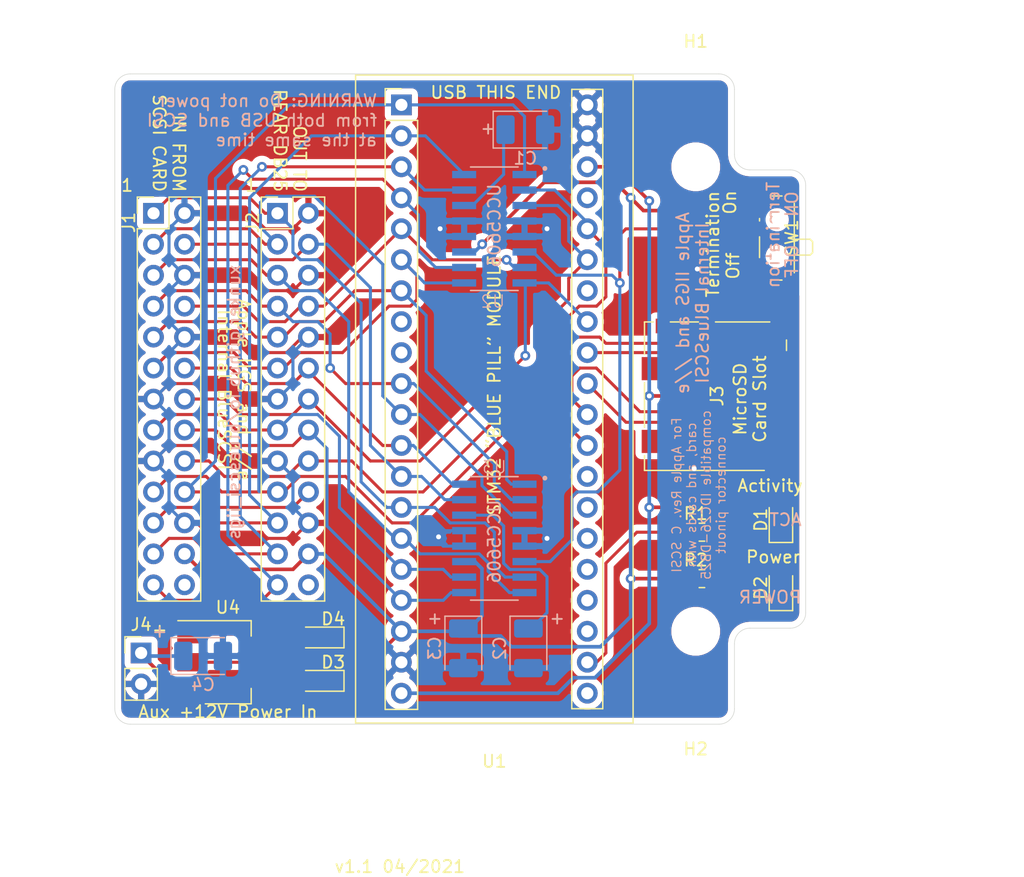
<source format=kicad_pcb>
(kicad_pcb (version 20171130) (host pcbnew "(5.1.8-0-10_14)")
  (layers (0 F.Cu signal) (31 B.Cu signal) (34 B.Paste user) (35 F.Paste user) (36 B.SilkS user) (37 F.SilkS user) (38 B.Mask user) (39 F.Mask user) (44 Edge.Cuts user))
  (net 0 "")
  (net 1 "Net-(U1-Pad37)")
  (net 2 "Net-(U1-Pad34)")
  (net 3 "Net-(U1-Pad8)")
  (net 4 "Net-(U1-Pad9)")
  (net 5 "Net-(U1-Pad28)")
  (net 6 "Net-(U1-Pad25)")
  (net 7 "Net-(U1-Pad24)")
  (net 8 "Net-(U1-Pad23)")
  (net 9 "Net-(U1-Pad21)")
  (net 10 "Net-(J1-Pad26)")
  (net 11 "Net-(J2-Pad26)")
  (net 12 +5V)
  (net 13 GND)
  (net 14 /SCSI_DB4)
  (net 15 /SCSI_DB2)
  (net 16 /SCSI_DB1)
  (net 17 /SCSI_DBP)
  (net 18 /SCSI_SEL)
  (net 19 /SCSI_ATN)
  (net 20 /SCSI_C_D)
  (net 21 /SCSI_DB7)
  (net 22 /SCSI_DB6)
  (net 23 /SCSI_DB5)
  (net 24 /SCSI_DB3)
  (net 25 /SCSI_DB0)
  (net 26 /SCSI_BSY)
  (net 27 /SCSI_ACK)
  (net 28 /SCSI_RST)
  (net 29 /SCSI_I_O)
  (net 30 /SCSI_MSG)
  (net 31 /SCSI_REQ)
  (net 32 /SD_MISO)
  (net 33 /SD_CSK)
  (net 34 +3V3)
  (net 35 /SD_MOSI)
  (net 36 /SD_CS)
  (net 37 "Net-(J3-Pad8)")
  (net 38 "Net-(J3-Pad1)")
  (net 39 "Net-(D2-Pad2)")
  (net 40 "Net-(R1-Pad2)")
  (net 41 "Net-(C1-Pad1)")
  (net 42 "Net-(C2-Pad1)")
  (net 43 /TERM_DISC)
  (net 44 "Net-(D1-Pad1)")
  (net 45 /DEBUG_RX)
  (net 46 /DEBUG_TX)
  (net 47 "Net-(D4-Pad2)")
  (net 48 /+12V_AUX)
  (net 49 "Net-(D3-Pad2)")
  (module Diode_SMD:D_SOD-323_HandSoldering (layer F.Cu) (at 145.796 94.488 180)
    (fp_text reference D4 (at -1.016 1.524) (layer F.SilkS))
    (fp_text value 1N5817,CUS08F30-H3F)
    (pad 2 smd rect (at 1.25 0 180) (size 1 1) (layers F.Cu F.Paste F.Mask) (net 47 "Net-(D4-Pad2)"))
    (pad 1 smd rect (at -1.25 0 180) (size 1 1) (layers F.Cu F.Paste F.Mask) (net 13 GND))
  )
  (module Diode_SMD:D_SOD-323_HandSoldering (layer F.Cu) (at 145.796 98.044 180)
    (fp_text reference D3 (at -1.016 1.524) (layer F.SilkS))
    (fp_text value 1N5817,1N5817,CUS08F30-H3F)
    (pad 2 smd rect (at 1.25 0 180) (size 1 1) (layers F.Cu F.Paste F.Mask) (net 49 "Net-(D3-Pad2)"))
    (pad 1 smd rect (at -1.25 0 180) (size 1 1) (layers F.Cu F.Paste F.Mask) (net 12 +5V))
  )
  (module Package_TO_SOT_SMD:SOT-223-3_TabPin2 (layer F.Cu) (at 138.176 96.52)
    (fp_text reference U4 (at 0 -4.5) (layer F.SilkS))
    (fp_text value AMS1117-5.0)
    (pad 1 smd rect (at -3.15 -2.3) (size 2 1.5) (layers F.Cu F.Paste F.Mask) (net 47 "Net-(D4-Pad2)"))
    (pad 3 smd rect (at -3.15 2.3) (size 2 1.5) (layers F.Cu F.Paste F.Mask) (net 48 /+12V_AUX))
    (pad 2 smd rect (at -3.15 0) (size 2 1.5) (layers F.Cu F.Paste F.Mask) (net 49 "Net-(D3-Pad2)"))
    (pad 2 smd rect (at 3.15 0) (size 2 3.8) (layers F.Cu F.Paste F.Mask) (net 49 "Net-(D3-Pad2)"))
  )
  (module Connector_PinHeader_2.54mm:PinHeader_1x02_P2.54mm_Vertical (layer F.Cu) (at 131.064 95.758)
    (fp_text reference J4 (at 0 -2.33) (layer F.SilkS))
    (fp_text value Conn_01x02_Male)
    (pad 2 thru_hole oval (at 0 2.54) (size 1.7 1.7) (drill 1) (layers *.Cu *.Mask) (net 13 GND))
    (pad 1 thru_hole rect (at 0 0) (size 1.7 1.7) (drill 1) (layers *.Cu *.Mask) (net 48 /+12V_AUX))
  )
  (module Capacitor_Tantalum_SMD:CP_EIA-3528-21_Kemet-B_Pad1.50x2.35mm_HandSolder (layer B.Cu) (at 136.144 96.012)
    (fp_text reference C4 (at 0 2.35 180) (layer B.SilkS) (effects (justify mirror)))
    (fp_text value 10uF)
    (pad 2 smd roundrect (at 1.625 0) (size 1.5 2.35) (layers B.Cu B.Paste B.Mask) (roundrect_rratio 0.166667) (net 13 GND))
    (pad 1 smd roundrect (at -1.625 0) (size 1.5 2.35) (layers B.Cu B.Paste B.Mask) (roundrect_rratio 0.166667) (net 48 /+12V_AUX))
  )
  (module Button_Switch_SMD:SW_SPDT_PCM12 (layer F.Cu) (at 182.88 61.722 90)
    (fp_text reference SW1 (at 0 1.524 90) (layer F.SilkS))
    (fp_text value SW_SPDT)
    (pad "" smd rect (at -3.65 -0.78 90) (size 1 0.8) (layers F.Cu F.Paste F.Mask))
    (pad "" smd rect (at 3.65 -0.78 90) (size 1 0.8) (layers F.Cu F.Paste F.Mask))
    (pad "" smd rect (at 3.65 1.43 90) (size 1 0.8) (layers F.Cu F.Paste F.Mask))
    (pad "" smd rect (at -3.65 1.43 90) (size 1 0.8) (layers F.Cu F.Paste F.Mask))
    (pad 3 smd rect (at 2.25 -1.43 90) (size 0.7 1.5) (layers F.Cu F.Paste F.Mask) (net 12 +5V))
    (pad 2 smd rect (at 0.75 -1.43 90) (size 0.7 1.5) (layers F.Cu F.Paste F.Mask) (net 43 /TERM_DISC))
    (pad 1 smd rect (at -2.25 -1.43 90) (size 0.7 1.5) (layers F.Cu F.Paste F.Mask) (net 13 GND))
    (pad "" np_thru_hole circle (at 1.5 0.33 90) (size 0.9 0.9) (drill 0.9) (layers *.Cu *.Mask))
    (pad "" np_thru_hole circle (at -1.5 0.33 90) (size 0.9 0.9) (drill 0.9) (layers *.Cu *.Mask))
  )
  (module Capacitor_Tantalum_SMD:CP_EIA-3528-21_Kemet-B_Pad1.50x2.35mm_HandSolder (layer B.Cu) (at 157.48 95.377 270)
    (fp_text reference C3 (at 0 2.35 90) (layer B.SilkS) (effects (justify mirror)))
    (fp_text value "4.7uF, 6.3v")
    (pad 2 smd roundrect (at 1.625 0 270) (size 1.5 2.35) (layers B.Cu B.Paste B.Mask) (roundrect_rratio 0.166667) (net 13 GND))
    (pad 1 smd roundrect (at -1.625 0 270) (size 1.5 2.35) (layers B.Cu B.Paste B.Mask) (roundrect_rratio 0.166667) (net 12 +5V))
  )
  (module Capacitor_Tantalum_SMD:CP_EIA-3528-21_Kemet-B_Pad1.50x2.35mm_HandSolder (layer B.Cu) (at 162.814 95.377 270)
    (fp_text reference C2 (at 0 2.35 90) (layer B.SilkS) (effects (justify mirror)))
    (fp_text value "4.7uF, 6.3v")
    (pad 2 smd roundrect (at 1.625 0 270) (size 1.5 2.35) (layers B.Cu B.Paste B.Mask) (roundrect_rratio 0.166667) (net 13 GND))
    (pad 1 smd roundrect (at -1.625 0 270) (size 1.5 2.35) (layers B.Cu B.Paste B.Mask) (roundrect_rratio 0.166667) (net 42 "Net-(C2-Pad1)"))
  )
  (module Capacitor_Tantalum_SMD:CP_EIA-3528-21_Kemet-B_Pad1.50x2.35mm_HandSolder (layer B.Cu) (at 162.56 52.832)
    (fp_text reference C1 (at 0 2.35) (layer B.SilkS) (effects (justify mirror)))
    (fp_text value "4.7uF, 6.3v")
    (pad 2 smd roundrect (at 1.625 0) (size 1.5 2.35) (layers B.Cu B.Paste B.Mask) (roundrect_rratio 0.166667) (net 13 GND))
    (pad 1 smd roundrect (at -1.625 0) (size 1.5 2.35) (layers B.Cu B.Paste B.Mask) (roundrect_rratio 0.166667) (net 41 "Net-(C1-Pad1)"))
  )
  (module LED_SMD:LED_0805_2012Metric_Pad1.15x1.40mm_HandSolder (layer F.Cu) (at 183.515 90.424 90)
    (fp_text reference D2 (at 0 -1.65 90) (layer F.SilkS))
    (fp_text value LED)
    (pad 2 smd roundrect (at 1.025 0 90) (size 1.15 1.4) (layers F.Cu F.Paste F.Mask) (roundrect_rratio 0.217391) (net 39 "Net-(D2-Pad2)"))
    (pad 1 smd roundrect (at -1.025 0 90) (size 1.15 1.4) (layers F.Cu F.Paste F.Mask) (roundrect_rratio 0.217391) (net 13 GND))
  )
  (module LED_SMD:LED_0805_2012Metric_Pad1.15x1.40mm_HandSolder (layer F.Cu) (at 183.515 84.836 90)
    (fp_text reference D1 (at 0 -1.65 90) (layer F.SilkS))
    (fp_text value LED)
    (pad 2 smd roundrect (at 1.025 0 90) (size 1.15 1.4) (layers F.Cu F.Paste F.Mask) (roundrect_rratio 0.217391) (net 34 +3V3))
    (pad 1 smd roundrect (at -1.025 0 90) (size 1.15 1.4) (layers F.Cu F.Paste F.Mask) (roundrect_rratio 0.217391) (net 44 "Net-(D1-Pad1)"))
  )
  (module Resistor_SMD:R_0805_2012Metric_Pad1.20x1.40mm_HandSolder (layer F.Cu) (at 177.038 89.662 180)
    (fp_text reference R2 (at 0.508 1.524) (layer F.SilkS))
    (fp_text value 470)
    (pad 2 smd roundrect (at 1 0 180) (size 1.2 1.4) (layers F.Cu F.Paste F.Mask) (roundrect_rratio 0.208333) (net 12 +5V))
    (pad 1 smd roundrect (at -1 0 180) (size 1.2 1.4) (layers F.Cu F.Paste F.Mask) (roundrect_rratio 0.208333) (net 39 "Net-(D2-Pad2)"))
  )
  (module Resistor_SMD:R_0805_2012Metric_Pad1.20x1.40mm_HandSolder (layer F.Cu) (at 177.038 85.852 180)
    (fp_text reference R1 (at 0.508 1.524) (layer F.SilkS))
    (fp_text value 330)
    (pad 2 smd roundrect (at 1 0 180) (size 1.2 1.4) (layers F.Cu F.Paste F.Mask) (roundrect_rratio 0.208333) (net 40 "Net-(R1-Pad2)"))
    (pad 1 smd roundrect (at -1 0 180) (size 1.2 1.4) (layers F.Cu F.Paste F.Mask) (roundrect_rratio 0.208333) (net 44 "Net-(D1-Pad1)"))
  )
  (module Connector_PinHeader_2.54mm:PinHeader_2x13_P2.54mm_Vertical (layer F.Cu) (at 142.24 59.69)
    (fp_text reference J2 (at -2.032 0.762 90) (layer F.SilkS))
    (fp_text value Conn_02x13_Odd_Even)
    (pad 26 thru_hole oval (at 2.54 30.48) (size 1.7 1.7) (drill 1) (layers *.Cu *.Mask) (net 11 "Net-(J2-Pad26)"))
    (pad 25 thru_hole oval (at 0 30.48) (size 1.7 1.7) (drill 1) (layers *.Cu *.Mask) (net 21 /SCSI_DB7))
    (pad 24 thru_hole oval (at 2.54 27.94) (size 1.7 1.7) (drill 1) (layers *.Cu *.Mask) (net 12 +5V))
    (pad 23 thru_hole oval (at 0 27.94) (size 1.7 1.7) (drill 1) (layers *.Cu *.Mask) (net 22 /SCSI_DB6))
    (pad 22 thru_hole oval (at 2.54 25.4) (size 1.7 1.7) (drill 1) (layers *.Cu *.Mask) (net 13 GND))
    (pad 21 thru_hole oval (at 0 25.4) (size 1.7 1.7) (drill 1) (layers *.Cu *.Mask) (net 23 /SCSI_DB5))
    (pad 20 thru_hole oval (at 2.54 22.86) (size 1.7 1.7) (drill 1) (layers *.Cu *.Mask) (net 14 /SCSI_DB4))
    (pad 19 thru_hole oval (at 0 22.86) (size 1.7 1.7) (drill 1) (layers *.Cu *.Mask) (net 24 /SCSI_DB3))
    (pad 18 thru_hole oval (at 2.54 20.32) (size 1.7 1.7) (drill 1) (layers *.Cu *.Mask) (net 15 /SCSI_DB2))
    (pad 17 thru_hole oval (at 0 20.32) (size 1.7 1.7) (drill 1) (layers *.Cu *.Mask) (net 13 GND))
    (pad 16 thru_hole oval (at 2.54 17.78) (size 1.7 1.7) (drill 1) (layers *.Cu *.Mask) (net 16 /SCSI_DB1))
    (pad 15 thru_hole oval (at 0 17.78) (size 1.7 1.7) (drill 1) (layers *.Cu *.Mask) (net 25 /SCSI_DB0))
    (pad 14 thru_hole oval (at 2.54 15.24) (size 1.7 1.7) (drill 1) (layers *.Cu *.Mask) (net 17 /SCSI_DBP))
    (pad 13 thru_hole oval (at 0 15.24) (size 1.7 1.7) (drill 1) (layers *.Cu *.Mask) (net 13 GND))
    (pad 12 thru_hole oval (at 2.54 12.7) (size 1.7 1.7) (drill 1) (layers *.Cu *.Mask) (net 18 /SCSI_SEL))
    (pad 11 thru_hole oval (at 0 12.7) (size 1.7 1.7) (drill 1) (layers *.Cu *.Mask) (net 26 /SCSI_BSY))
    (pad 10 thru_hole oval (at 2.54 10.16) (size 1.7 1.7) (drill 1) (layers *.Cu *.Mask) (net 13 GND))
    (pad 9 thru_hole oval (at 0 10.16) (size 1.7 1.7) (drill 1) (layers *.Cu *.Mask) (net 27 /SCSI_ACK))
    (pad 8 thru_hole oval (at 2.54 7.62) (size 1.7 1.7) (drill 1) (layers *.Cu *.Mask) (net 19 /SCSI_ATN))
    (pad 7 thru_hole oval (at 0 7.62) (size 1.7 1.7) (drill 1) (layers *.Cu *.Mask) (net 28 /SCSI_RST))
    (pad 6 thru_hole oval (at 2.54 5.08) (size 1.7 1.7) (drill 1) (layers *.Cu *.Mask) (net 13 GND))
    (pad 5 thru_hole oval (at 0 5.08) (size 1.7 1.7) (drill 1) (layers *.Cu *.Mask) (net 29 /SCSI_I_O))
    (pad 4 thru_hole oval (at 2.54 2.54) (size 1.7 1.7) (drill 1) (layers *.Cu *.Mask) (net 20 /SCSI_C_D))
    (pad 3 thru_hole oval (at 0 2.54) (size 1.7 1.7) (drill 1) (layers *.Cu *.Mask) (net 30 /SCSI_MSG))
    (pad 2 thru_hole oval (at 2.54 0) (size 1.7 1.7) (drill 1) (layers *.Cu *.Mask) (net 13 GND))
    (pad 1 thru_hole rect (at 0 0) (size 1.7 1.7) (drill 1) (layers *.Cu *.Mask) (net 31 /SCSI_REQ))
  )
  (module "my library:YAAJ_BluePill_2" (layer F.Cu) (at 152.4 50.8)
    (fp_text reference U1 (at 7.62 53.848) (layer F.SilkS))
    (fp_text value YAAJ_BluePill hide)
    (pad 40 thru_hole circle (at 15.24 0) (size 1.7 1.7) (drill 1) (layers *.Cu *.Mask) (net 13 GND))
    (pad 1 thru_hole rect (at 0 0) (size 1.7 1.7) (drill 1) (layers *.Cu *.Mask) (net 14 /SCSI_DB4))
    (pad 39 thru_hole circle (at 15.24 2.54) (size 1.7 1.7) (drill 1) (layers *.Cu *.Mask) (net 13 GND))
    (pad 2 thru_hole circle (at 0 2.54) (size 1.7 1.7) (drill 1) (layers *.Cu *.Mask) (net 23 /SCSI_DB5))
    (pad 38 thru_hole circle (at 15.24 5.08) (size 1.7 1.7) (drill 1) (layers *.Cu *.Mask) (net 34 +3V3))
    (pad 3 thru_hole circle (at 0 5.08) (size 1.7 1.7) (drill 1) (layers *.Cu *.Mask) (net 22 /SCSI_DB6))
    (pad 37 thru_hole circle (at 15.24 7.62) (size 1.7 1.7) (drill 1) (layers *.Cu *.Mask) (net 1 "Net-(U1-Pad37)"))
    (pad 4 thru_hole circle (at 0 7.62) (size 1.7 1.7) (drill 1) (layers *.Cu *.Mask) (net 21 /SCSI_DB7))
    (pad 36 thru_hole circle (at 15.24 10.16) (size 1.7 1.7) (drill 1) (layers *.Cu *.Mask) (net 24 /SCSI_DB3))
    (pad 5 thru_hole circle (at 0 10.16) (size 1.7 1.7) (drill 1) (layers *.Cu *.Mask) (net 19 /SCSI_ATN))
    (pad 35 thru_hole circle (at 15.24 12.7) (size 1.7 1.7) (drill 1) (layers *.Cu *.Mask) (net 15 /SCSI_DB2))
    (pad 6 thru_hole circle (at 0 12.7) (size 1.7 1.7) (drill 1) (layers *.Cu *.Mask) (net 26 /SCSI_BSY))
    (pad 34 thru_hole circle (at 15.24 15.24) (size 1.7 1.7) (drill 1) (layers *.Cu *.Mask) (net 2 "Net-(U1-Pad34)"))
    (pad 7 thru_hole circle (at 0 15.24) (size 1.7 1.7) (drill 1) (layers *.Cu *.Mask) (net 27 /SCSI_ACK))
    (pad 33 thru_hole circle (at 15.24 17.78) (size 1.7 1.7) (drill 1) (layers *.Cu *.Mask) (net 17 /SCSI_DBP))
    (pad 8 thru_hole circle (at 0 17.78) (size 1.7 1.7) (drill 1) (layers *.Cu *.Mask) (net 3 "Net-(U1-Pad8)"))
    (pad 32 thru_hole circle (at 15.24 20.32) (size 1.7 1.7) (drill 1) (layers *.Cu *.Mask) (net 35 /SD_MOSI))
    (pad 9 thru_hole circle (at 0 20.32) (size 1.7 1.7) (drill 1) (layers *.Cu *.Mask) (net 4 "Net-(U1-Pad9)"))
    (pad 31 thru_hole circle (at 15.24 22.86) (size 1.7 1.7) (drill 1) (layers *.Cu *.Mask) (net 32 /SD_MISO))
    (pad 10 thru_hole circle (at 0 22.86) (size 1.7 1.7) (drill 1) (layers *.Cu *.Mask) (net 28 /SCSI_RST))
    (pad 30 thru_hole circle (at 15.24 25.4) (size 1.7 1.7) (drill 1) (layers *.Cu *.Mask) (net 33 /SD_CSK))
    (pad 11 thru_hole circle (at 0 25.4) (size 1.7 1.7) (drill 1) (layers *.Cu *.Mask) (net 30 /SCSI_MSG))
    (pad 29 thru_hole circle (at 15.24 27.94) (size 1.7 1.7) (drill 1) (layers *.Cu *.Mask) (net 36 /SD_CS))
    (pad 12 thru_hole circle (at 0 27.94) (size 1.7 1.7) (drill 1) (layers *.Cu *.Mask) (net 18 /SCSI_SEL))
    (pad 28 thru_hole circle (at 15.24 30.48) (size 1.7 1.7) (drill 1) (layers *.Cu *.Mask) (net 5 "Net-(U1-Pad28)"))
    (pad 13 thru_hole circle (at 0 30.48) (size 1.7 1.7) (drill 1) (layers *.Cu *.Mask) (net 20 /SCSI_C_D))
    (pad 27 thru_hole circle (at 15.24 33.02) (size 1.7 1.7) (drill 1) (layers *.Cu *.Mask) (net 45 /DEBUG_RX))
    (pad 14 thru_hole circle (at 0 33.02) (size 1.7 1.7) (drill 1) (layers *.Cu *.Mask) (net 31 /SCSI_REQ))
    (pad 26 thru_hole circle (at 15.24 35.56) (size 1.7 1.7) (drill 1) (layers *.Cu *.Mask) (net 46 /DEBUG_TX))
    (pad 15 thru_hole circle (at 0 35.56) (size 1.7 1.7) (drill 1) (layers *.Cu *.Mask) (net 29 /SCSI_I_O))
    (pad 25 thru_hole circle (at 15.24 38.1) (size 1.7 1.7) (drill 1) (layers *.Cu *.Mask) (net 6 "Net-(U1-Pad25)"))
    (pad 16 thru_hole circle (at 0 38.1) (size 1.7 1.7) (drill 1) (layers *.Cu *.Mask) (net 25 /SCSI_DB0))
    (pad 24 thru_hole circle (at 15.24 40.64) (size 1.7 1.7) (drill 1) (layers *.Cu *.Mask) (net 7 "Net-(U1-Pad24)"))
    (pad 17 thru_hole circle (at 0 40.64) (size 1.7 1.7) (drill 1) (layers *.Cu *.Mask) (net 16 /SCSI_DB1))
    (pad 23 thru_hole circle (at 15.24 43.18) (size 1.7 1.7) (drill 1) (layers *.Cu *.Mask) (net 8 "Net-(U1-Pad23)"))
    (pad 18 thru_hole circle (at 0 43.18) (size 1.7 1.7) (drill 1) (layers *.Cu *.Mask) (net 12 +5V))
    (pad 22 thru_hole circle (at 15.24 45.72) (size 1.7 1.7) (drill 1) (layers *.Cu *.Mask) (net 40 "Net-(R1-Pad2)"))
    (pad 19 thru_hole circle (at 0 45.72) (size 1.7 1.7) (drill 1) (layers *.Cu *.Mask) (net 13 GND))
    (pad 21 thru_hole circle (at 15.24 48.26) (size 1.7 1.7) (drill 1) (layers *.Cu *.Mask) (net 9 "Net-(U1-Pad21)"))
    (pad 20 thru_hole circle (at 0 48.26) (size 1.7 1.7) (drill 1) (layers *.Cu *.Mask) (net 34 +3V3))
  )
  (module "my library:SOIC127P600X175-16N" (layer B.Cu) (at 160.02 86.36 180)
    (fp_text reference U3 (at 0 5.842) (layer B.SilkS) (effects (font (thickness 0.1)) (justify mirror)))
    (fp_text value UCC5606)
    (pad 1 smd rect (at -2.475 4.445 180) (size 1.97 0.6) (layers B.Cu B.Paste B.Mask) (net 27 /SCSI_ACK))
    (pad 2 smd rect (at -2.475 3.175 180) (size 1.97 0.6) (layers B.Cu B.Paste B.Mask) (net 28 /SCSI_RST))
    (pad 3 smd rect (at -2.475 1.905 180) (size 1.97 0.6) (layers B.Cu B.Paste B.Mask) (net 30 /SCSI_MSG))
    (pad 4 smd rect (at -2.475 0.635 180) (size 1.97 0.6) (layers B.Cu B.Paste B.Mask) (net 13 GND))
    (pad 5 smd rect (at -2.475 -0.635 180) (size 1.97 0.6) (layers B.Cu B.Paste B.Mask) (net 13 GND))
    (pad 6 smd rect (at -2.475 -1.905 180) (size 1.97 0.6) (layers B.Cu B.Paste B.Mask) (net 43 /TERM_DISC))
    (pad 7 smd rect (at -2.475 -3.175 180) (size 1.97 0.6) (layers B.Cu B.Paste B.Mask) (net 31 /SCSI_REQ))
    (pad 8 smd rect (at -2.475 -4.445 180) (size 1.97 0.6) (layers B.Cu B.Paste B.Mask) (net 29 /SCSI_I_O))
    (pad 9 smd rect (at 2.475 -4.445 180) (size 1.97 0.6) (layers B.Cu B.Paste B.Mask) (net 16 /SCSI_DB1))
    (pad 10 smd rect (at 2.475 -3.175 180) (size 1.97 0.6) (layers B.Cu B.Paste B.Mask) (net 25 /SCSI_DB0))
    (pad 11 smd rect (at 2.475 -1.905 180) (size 1.97 0.6) (layers B.Cu B.Paste B.Mask) (net 12 +5V))
    (pad 12 smd rect (at 2.475 -0.635 180) (size 1.97 0.6) (layers B.Cu B.Paste B.Mask) (net 13 GND))
    (pad 13 smd rect (at 2.475 0.635 180) (size 1.97 0.6) (layers B.Cu B.Paste B.Mask) (net 13 GND))
    (pad 14 smd rect (at 2.475 1.905 180) (size 1.97 0.6) (layers B.Cu B.Paste B.Mask) (net 42 "Net-(C2-Pad1)"))
    (pad 15 smd rect (at 2.475 3.175 180) (size 1.97 0.6) (layers B.Cu B.Paste B.Mask) (net 20 /SCSI_C_D))
    (pad 16 smd rect (at 2.475 4.445 180) (size 1.97 0.6) (layers B.Cu B.Paste B.Mask) (net 18 /SCSI_SEL))
  )
  (module "my library:SOIC127P600X175-16N" (layer B.Cu) (at 160.02 60.96 180)
    (fp_text reference U2 (at 0.127 -5.969) (layer B.SilkS) (effects (font (thickness 0.1)) (justify mirror)))
    (fp_text value UCC5606)
    (pad 1 smd rect (at -2.475 4.445 180) (size 1.97 0.6) (layers B.Cu B.Paste B.Mask) (net 14 /SCSI_DB4))
    (pad 2 smd rect (at -2.475 3.175 180) (size 1.97 0.6) (layers B.Cu B.Paste B.Mask) (net 24 /SCSI_DB3))
    (pad 3 smd rect (at -2.475 1.905 180) (size 1.97 0.6) (layers B.Cu B.Paste B.Mask) (net 15 /SCSI_DB2))
    (pad 4 smd rect (at -2.475 0.635 180) (size 1.97 0.6) (layers B.Cu B.Paste B.Mask) (net 13 GND))
    (pad 5 smd rect (at -2.475 -0.635 180) (size 1.97 0.6) (layers B.Cu B.Paste B.Mask) (net 13 GND))
    (pad 6 smd rect (at -2.475 -1.905 180) (size 1.97 0.6) (layers B.Cu B.Paste B.Mask) (net 43 /TERM_DISC))
    (pad 7 smd rect (at -2.475 -3.175 180) (size 1.97 0.6) (layers B.Cu B.Paste B.Mask) (net 19 /SCSI_ATN))
    (pad 8 smd rect (at -2.475 -4.445 180) (size 1.97 0.6) (layers B.Cu B.Paste B.Mask) (net 17 /SCSI_DBP))
    (pad 9 smd rect (at 2.475 -4.445 180) (size 1.97 0.6) (layers B.Cu B.Paste B.Mask) (net 26 /SCSI_BSY))
    (pad 10 smd rect (at 2.475 -3.175 180) (size 1.97 0.6) (layers B.Cu B.Paste B.Mask) (net 21 /SCSI_DB7))
    (pad 11 smd rect (at 2.475 -1.905 180) (size 1.97 0.6) (layers B.Cu B.Paste B.Mask) (net 12 +5V))
    (pad 12 smd rect (at 2.475 -0.635 180) (size 1.97 0.6) (layers B.Cu B.Paste B.Mask) (net 13 GND))
    (pad 13 smd rect (at 2.475 0.635 180) (size 1.97 0.6) (layers B.Cu B.Paste B.Mask) (net 13 GND))
    (pad 14 smd rect (at 2.475 1.905 180) (size 1.97 0.6) (layers B.Cu B.Paste B.Mask) (net 41 "Net-(C1-Pad1)"))
    (pad 15 smd rect (at 2.475 3.175 180) (size 1.97 0.6) (layers B.Cu B.Paste B.Mask) (net 22 /SCSI_DB6))
    (pad 16 smd rect (at 2.475 4.445 180) (size 1.97 0.6) (layers B.Cu B.Paste B.Mask) (net 23 /SCSI_DB5))
  )
  (module MountingHole:MountingHole_3mm (layer F.Cu) (at 176.53 93.98)
    (fp_text reference H2 (at 0 9.652) (layer F.SilkS))
    (fp_text value MountingHole)
    (pad 1 np_thru_hole circle (at 0 0) (size 3 3) (drill 3) (layers *.Cu *.Mask))
  )
  (module MountingHole:MountingHole_3mm (layer F.Cu) (at 176.53 55.88)
    (fp_text reference H1 (at 0 -10.287) (layer F.SilkS))
    (fp_text value MountingHole)
    (pad 1 np_thru_hole circle (at 0 0) (size 3 3) (drill 3) (layers *.Cu *.Mask))
  )
  (module Connector_Card:microSD_HC_Molex_104031-0811 (layer F.Cu) (at 178.15 74.676 270)
    (fp_text reference J3 (at 0 -0.127 90) (layer F.SilkS))
    (fp_text value Micro_SD_Card)
    (pad 11 smd rect (at 3.73 5.375 270) (size 1.9 1.35) (layers F.Cu F.Paste F.Mask))
    (pad 11 smd rect (at -2.24 5.375 270) (size 1.9 1.35) (layers F.Cu F.Paste F.Mask))
    (pad 9 smd rect (at -5.74 0.7 270) (size 1.2 1) (layers F.Cu F.Paste F.Mask) (net 13 GND))
    (pad 10 smd rect (at -5.74 4.4 270) (size 1.2 1) (layers F.Cu F.Paste F.Mask))
    (pad 11 smd rect (at -5.565 -5.325 270) (size 1.55 1.35) (layers F.Cu F.Paste F.Mask))
    (pad 11 smd rect (at 5.755 -5.1 270) (size 1.17 1.8) (layers F.Cu F.Paste F.Mask))
    (pad 7 smd rect (at 3.495 -5.45 270) (size 0.85 1.1) (layers F.Cu F.Paste F.Mask) (net 32 /SD_MISO))
    (pad 6 smd rect (at 2.395 -5.45 270) (size 0.85 1.1) (layers F.Cu F.Paste F.Mask) (net 13 GND))
    (pad 5 smd rect (at 1.295 -5.45 270) (size 0.85 1.1) (layers F.Cu F.Paste F.Mask) (net 33 /SD_CSK))
    (pad 4 smd rect (at 0.195 -5.45 270) (size 0.85 1.1) (layers F.Cu F.Paste F.Mask) (net 34 +3V3))
    (pad 3 smd rect (at -0.905 -5.45 270) (size 0.85 1.1) (layers F.Cu F.Paste F.Mask) (net 35 /SD_MOSI))
    (pad 2 smd rect (at -2.005 -5.45 270) (size 0.85 1.1) (layers F.Cu F.Paste F.Mask) (net 36 /SD_CS))
    (pad 8 smd rect (at 4.545 -5.45 270) (size 0.75 1.1) (layers F.Cu F.Paste F.Mask) (net 37 "Net-(J3-Pad8)"))
    (pad 1 smd rect (at -3.105 -5.45 270) (size 0.85 1.1) (layers F.Cu F.Paste F.Mask) (net 38 "Net-(J3-Pad1)"))
  )
  (module Connector_PinHeader_2.54mm:PinHeader_2x13_P2.54mm_Vertical (layer F.Cu) (at 132.08 59.69)
    (fp_text reference J1 (at -2.032 0.762 270) (layer F.SilkS))
    (fp_text value Conn_02x13_Odd_Even)
    (pad 26 thru_hole oval (at 2.54 30.48) (size 1.7 1.7) (drill 1) (layers *.Cu *.Mask) (net 10 "Net-(J1-Pad26)"))
    (pad 25 thru_hole oval (at 0 30.48) (size 1.7 1.7) (drill 1) (layers *.Cu *.Mask) (net 21 /SCSI_DB7))
    (pad 24 thru_hole oval (at 2.54 27.94) (size 1.7 1.7) (drill 1) (layers *.Cu *.Mask) (net 12 +5V))
    (pad 23 thru_hole oval (at 0 27.94) (size 1.7 1.7) (drill 1) (layers *.Cu *.Mask) (net 22 /SCSI_DB6))
    (pad 22 thru_hole oval (at 2.54 25.4) (size 1.7 1.7) (drill 1) (layers *.Cu *.Mask) (net 13 GND))
    (pad 21 thru_hole oval (at 0 25.4) (size 1.7 1.7) (drill 1) (layers *.Cu *.Mask) (net 23 /SCSI_DB5))
    (pad 20 thru_hole oval (at 2.54 22.86) (size 1.7 1.7) (drill 1) (layers *.Cu *.Mask) (net 14 /SCSI_DB4))
    (pad 19 thru_hole oval (at 0 22.86) (size 1.7 1.7) (drill 1) (layers *.Cu *.Mask) (net 24 /SCSI_DB3))
    (pad 18 thru_hole oval (at 2.54 20.32) (size 1.7 1.7) (drill 1) (layers *.Cu *.Mask) (net 15 /SCSI_DB2))
    (pad 17 thru_hole oval (at 0 20.32) (size 1.7 1.7) (drill 1) (layers *.Cu *.Mask) (net 13 GND))
    (pad 16 thru_hole oval (at 2.54 17.78) (size 1.7 1.7) (drill 1) (layers *.Cu *.Mask) (net 16 /SCSI_DB1))
    (pad 15 thru_hole oval (at 0 17.78) (size 1.7 1.7) (drill 1) (layers *.Cu *.Mask) (net 25 /SCSI_DB0))
    (pad 14 thru_hole oval (at 2.54 15.24) (size 1.7 1.7) (drill 1) (layers *.Cu *.Mask) (net 17 /SCSI_DBP))
    (pad 13 thru_hole oval (at 0 15.24) (size 1.7 1.7) (drill 1) (layers *.Cu *.Mask) (net 13 GND))
    (pad 12 thru_hole oval (at 2.54 12.7) (size 1.7 1.7) (drill 1) (layers *.Cu *.Mask) (net 18 /SCSI_SEL))
    (pad 11 thru_hole oval (at 0 12.7) (size 1.7 1.7) (drill 1) (layers *.Cu *.Mask) (net 26 /SCSI_BSY))
    (pad 10 thru_hole oval (at 2.54 10.16) (size 1.7 1.7) (drill 1) (layers *.Cu *.Mask) (net 13 GND))
    (pad 9 thru_hole oval (at 0 10.16) (size 1.7 1.7) (drill 1) (layers *.Cu *.Mask) (net 27 /SCSI_ACK))
    (pad 8 thru_hole oval (at 2.54 7.62) (size 1.7 1.7) (drill 1) (layers *.Cu *.Mask) (net 19 /SCSI_ATN))
    (pad 7 thru_hole oval (at 0 7.62) (size 1.7 1.7) (drill 1) (layers *.Cu *.Mask) (net 28 /SCSI_RST))
    (pad 6 thru_hole oval (at 2.54 5.08) (size 1.7 1.7) (drill 1) (layers *.Cu *.Mask) (net 13 GND))
    (pad 5 thru_hole oval (at 0 5.08) (size 1.7 1.7) (drill 1) (layers *.Cu *.Mask) (net 29 /SCSI_I_O))
    (pad 4 thru_hole oval (at 2.54 2.54) (size 1.7 1.7) (drill 1) (layers *.Cu *.Mask) (net 20 /SCSI_C_D))
    (pad 3 thru_hole oval (at 0 2.54) (size 1.7 1.7) (drill 1) (layers *.Cu *.Mask) (net 30 /SCSI_MSG))
    (pad 2 thru_hole oval (at 2.54 0) (size 1.7 1.7) (drill 1) (layers *.Cu *.Mask) (net 13 GND))
    (pad 1 thru_hole rect (at 0 0) (size 1.7 1.7) (drill 1) (layers *.Cu *.Mask) (net 31 /SCSI_REQ))
  )
  (gr_text + (at 132.588 93.98 180) (layer F.SilkS) (effects (font (size 1 1))))
  (gr_text + (at 132.588 93.98) (layer B.SilkS) (effects (font (size 1 1)) (justify mirror)))
  (gr_text "Aux +12V Power In" (at 138.176 100.584) (layer F.SilkS) (effects (font (size 1 1))))
  (gr_text "Apple IIGS and //e\nInternal BlueSCSI" (at 176.276 67.056 90) (layer B.SilkS) (effects (font (size 1 1)) (justify mirror)))
  (gr_arc (start 180.975 94.996) (end 180.975 93.726) (angle -90) (layer Edge.Cuts) (width 0.05))
  (gr_arc (start 180.975 54.864) (end 179.705 54.864) (angle -90) (layer Edge.Cuts) (width 0.05))
  (gr_arc (start 184.277 57.404) (end 185.547 57.404) (angle -90) (layer Edge.Cuts) (width 0.05))
  (gr_arc (start 184.277 92.456) (end 184.277 93.726) (angle -90) (layer Edge.Cuts) (width 0.05))
  (gr_arc (start 130.175 100.33) (end 128.905 100.33) (angle -90) (layer Edge.Cuts) (width 0.05))
  (gr_arc (start 178.435 100.33) (end 178.435 101.6) (angle -90) (layer Edge.Cuts) (width 0.05))
  (gr_arc (start 178.435 49.53) (end 179.705 49.53) (angle -90) (layer Edge.Cuts) (width 0.05))
  (gr_arc (start 130.175 49.53) (end 130.175 48.26) (angle -90) (layer Edge.Cuts) (width 0.05))
  (gr_text "WARNING: Do not power\nfrom both USB and SCSI\nat the same time" (at 150.495 52.07) (layer B.SilkS) (effects (font (size 1 1)) (justify left mirror)))
  (gr_line (start 180.975 93.726) (end 184.277 93.726) (layer Edge.Cuts) (width 0.05))
  (gr_line (start 179.705 94.996) (end 179.705 100.33) (layer Edge.Cuts) (width 0.05))
  (gr_line (start 180.975 56.134) (end 184.277 56.134) (layer Edge.Cuts) (width 0.05))
  (gr_line (start 179.705 49.53) (end 179.705 54.864) (layer Edge.Cuts) (width 0.05))
  (gr_text UCC5606 (at 160.02 60.706 90) (layer B.SilkS) (effects (font (size 1 1)) (justify mirror)))
  (gr_text UCC5606 (at 160.02 86.614 90) (layer B.SilkS) (effects (font (size 1 1)) (justify mirror)))
  (gr_text "For Apple Rev. C SCSI\ncard, and cards with\ncompatible IDC26-DB25\nconnector pinout" (at 176.784 82.804 90) (layer B.SilkS) (effects (font (size 0.75 0.75) (thickness 0.1)) (justify mirror)))
  (gr_text "MicroSD\nCard Slot" (at 180.975 74.93 90) (layer F.SilkS) (effects (font (size 1 1))))
  (gr_text Off (at 179.578 64.008 90) (layer F.SilkS) (effects (font (size 1 1))))
  (gr_text On (at 179.324 58.801 90) (layer F.SilkS) (effects (font (size 1 1))))
  (gr_text Termination (at 177.927 62.23 90) (layer F.SilkS) (effects (font (size 1 1))))
  (gr_text Power (at 182.88 87.884) (layer F.SilkS) (effects (font (size 1 1))))
  (gr_text Activity (at 182.626 82.042) (layer F.SilkS) (effects (font (size 1 1))))
  (gr_text xunker.github.io/bluescsi_iigs (at 138.684 75.184 90) (layer B.SilkS) (effects (font (size 1 1)) (justify mirror)))
  (gr_text "v1.1 04/2021" (at 152.273 113.284) (layer F.SilkS) (effects (font (size 1 1))))
  (gr_text "Apple IIGS and //e\nInternal BlueSCSI" (at 138.684 74.168 270) (layer F.SilkS) (effects (font (size 1 1))))
  (gr_text + (at 155.067 92.964 90) (layer B.SilkS) (effects (font (size 1 1)) (justify mirror)))
  (gr_text + (at 165.1 92.964 90) (layer B.SilkS) (effects (font (size 1 1)) (justify mirror)))
  (gr_text + (at 159.512 52.705) (layer B.SilkS) (effects (font (size 1 1)) (justify mirror)))
  (gr_text "ON   OFF" (at 184.404 61.468 90) (layer B.SilkS) (effects (font (size 1 1)) (justify mirror)))
  (gr_text POWER (at 182.626 91.186) (layer B.SilkS) (effects (font (size 1 1)) (justify mirror)))
  (gr_text ACT (at 183.896 84.836) (layer B.SilkS) (effects (font (size 1 1)) (justify mirror)))
  (gr_text Termination (at 182.88 61.468 90) (layer B.SilkS) (effects (font (size 1 1)) (justify mirror)))
  (gr_text "STM32 “BLUE PILL” MODULE" (at 160.02 73.787 90) (layer F.SilkS) (effects (font (size 1 1))))
  (gr_text 1 (at 129.921 57.404) (layer F.SilkS) (effects (font (size 1 1))))
  (gr_text 1 (at 140.081 57.404) (layer F.SilkS) (effects (font (size 1 1))))
  (gr_text "USB THIS END" (at 160.147 49.784) (layer F.SilkS) (effects (font (size 1 1))))
  (gr_text "OUT TO\nREAR DB25\n" (at 143.256 58.039 270) (layer F.SilkS) (effects (font (size 1 1)) (justify right)))
  (gr_text "IN FROM\nSCSI CARD" (at 133.35 58.039 270) (layer F.SilkS) (effects (font (size 1 1)) (justify right)))
  (gr_line (start 130.175 48.26) (end 178.435 48.26) (layer Edge.Cuts) (width 0.05))
  (gr_line (start 128.905 100.33) (end 128.905 49.53) (layer Edge.Cuts) (width 0.05))
  (gr_line (start 178.435 101.6) (end 130.175 101.6) (layer Edge.Cuts) (width 0.05))
  (gr_line (start 185.547 57.404) (end 185.547 92.456) (layer Edge.Cuts) (width 0.05))
  (segment (start 146.05 87.63) (end 152.4 93.98) (width 0.3) (layer B.Cu) (net 12))
  (segment (start 144.78 87.63) (end 146.05 87.63) (width 0.3) (layer B.Cu) (net 12))
  (via (at 159.02532 62.233641) (size 0.8) (drill 0.4) (layers F.Cu B.Cu) (net 12))
  (segment (start 157.545 62.865) (end 158.393961 62.865) (width 0.3) (layer B.Cu) (net 12))
  (segment (start 158.393961 62.865) (end 159.02532 62.233641) (width 0.3) (layer B.Cu) (net 12))
  (via (at 171.196 89.662) (size 0.8) (drill 0.4) (layers F.Cu B.Cu) (net 12))
  (segment (start 176.038 89.662) (end 171.196 89.662) (width 0.3) (layer F.Cu) (net 12))
  (segment (start 143.51 88.9) (end 144.78 87.63) (width 0.3) (layer F.Cu) (net 12))
  (segment (start 135.89 88.9) (end 143.51 88.9) (width 0.3) (layer F.Cu) (net 12))
  (segment (start 134.62 87.63) (end 135.89 88.9) (width 0.3) (layer F.Cu) (net 12))
  (segment (start 171.196 58.42) (end 171.196 58.42) (width 0.3) (layer B.Cu) (net 12))
  (segment (start 171.196 58.42) (end 171.196 89.662) (width 0.3) (layer B.Cu) (net 12))
  (via (at 171.196 58.42) (size 0.8) (drill 0.4) (layers F.Cu B.Cu) (net 12))
  (segment (start 159.02532 62.233641) (end 164.108961 57.15) (width 0.3) (layer F.Cu) (net 12))
  (segment (start 164.108961 57.15) (end 169.926 57.15) (width 0.3) (layer F.Cu) (net 12))
  (segment (start 169.926 57.15) (end 172.248 59.472) (width 0.3) (layer F.Cu) (net 12))
  (segment (start 172.248 59.472) (end 180.942 59.472) (width 0.3) (layer F.Cu) (net 12))
  (segment (start 159.004 92.71) (end 157.734 93.98) (width 0.3) (layer B.Cu) (net 12))
  (segment (start 159.004 88.8425) (end 159.004 92.71) (width 0.3) (layer B.Cu) (net 12))
  (segment (start 157.734 93.98) (end 152.4 93.98) (width 0.3) (layer B.Cu) (net 12))
  (segment (start 158.4265 88.265) (end 159.004 88.8425) (width 0.3) (layer B.Cu) (net 12))
  (segment (start 157.545 88.265) (end 158.4265 88.265) (width 0.3) (layer B.Cu) (net 12))
  (segment (start 160.529687 94.361) (end 161.418687 95.25) (width 0.3) (layer B.Cu) (net 12))
  (segment (start 168.7195 95.25) (end 171.196 92.7735) (width 0.3) (layer B.Cu) (net 12))
  (segment (start 171.196 92.7735) (end 171.196 89.662) (width 0.3) (layer B.Cu) (net 12))
  (segment (start 157.1125 94.361) (end 160.529687 94.361) (width 0.3) (layer B.Cu) (net 12))
  (segment (start 161.418687 95.25) (end 168.7195 95.25) (width 0.3) (layer B.Cu) (net 12))
  (segment (start 156.718 93.9665) (end 157.1125 94.361) (width 0.3) (layer B.Cu) (net 12))
  (segment (start 148.336 98.044) (end 152.4 93.98) (width 0.3) (layer F.Cu) (net 12))
  (segment (start 147.046 98.044) (end 148.336 98.044) (width 0.3) (layer F.Cu) (net 12))
  (via (at 155.448 86.233) (size 0.8) (drill 0.4) (layers F.Cu B.Cu) (net 13))
  (segment (start 155.575 85.725) (end 155.067 86.233) (width 0.25) (layer B.Cu) (net 13))
  (segment (start 157.545 85.725) (end 155.575 85.725) (width 0.25) (layer B.Cu) (net 13))
  (segment (start 155.829 86.995) (end 155.067 86.233) (width 0.25) (layer B.Cu) (net 13))
  (segment (start 157.545 86.995) (end 155.829 86.995) (width 0.25) (layer B.Cu) (net 13))
  (segment (start 157.545 85.725) (end 157.545 86.995) (width 0.25) (layer B.Cu) (net 13))
  (segment (start 157.545 60.325) (end 162.495 60.325) (width 0.25) (layer B.Cu) (net 13))
  (segment (start 157.418 61.468) (end 157.545 61.595) (width 0.25) (layer B.Cu) (net 13))
  (via (at 155.575 60.96) (size 0.8) (drill 0.4) (layers F.Cu B.Cu) (net 13))
  (segment (start 143.51 66.04) (end 144.78 64.77) (width 0.25) (layer F.Cu) (net 13))
  (segment (start 139.954 64.77) (end 141.224 66.04) (width 0.25) (layer F.Cu) (net 13))
  (segment (start 141.224 66.04) (end 143.51 66.04) (width 0.25) (layer F.Cu) (net 13))
  (segment (start 134.62 64.77) (end 139.954 64.77) (width 0.25) (layer F.Cu) (net 13))
  (segment (start 143.51 86.36) (end 144.78 85.09) (width 0.25) (layer F.Cu) (net 13))
  (segment (start 136.906 86.36) (end 143.51 86.36) (width 0.25) (layer F.Cu) (net 13))
  (segment (start 135.636 85.09) (end 136.906 86.36) (width 0.25) (layer F.Cu) (net 13))
  (segment (start 134.62 85.09) (end 135.636 85.09) (width 0.25) (layer F.Cu) (net 13))
  (segment (start 133.35 78.74) (end 132.08 80.01) (width 0.25) (layer F.Cu) (net 13))
  (segment (start 136.906 78.74) (end 133.35 78.74) (width 0.25) (layer F.Cu) (net 13))
  (segment (start 138.176 80.01) (end 136.906 78.74) (width 0.25) (layer F.Cu) (net 13))
  (segment (start 142.24 80.01) (end 138.176 80.01) (width 0.25) (layer F.Cu) (net 13))
  (segment (start 139.446 74.93) (end 142.24 74.93) (width 0.25) (layer F.Cu) (net 13))
  (segment (start 133.35 73.66) (end 138.176 73.66) (width 0.25) (layer F.Cu) (net 13))
  (segment (start 138.176 73.66) (end 139.446 74.93) (width 0.25) (layer F.Cu) (net 13))
  (segment (start 132.08 74.93) (end 133.35 73.66) (width 0.25) (layer F.Cu) (net 13))
  (segment (start 143.51 60.96) (end 144.78 59.69) (width 0.25) (layer F.Cu) (net 13))
  (segment (start 141.224 60.96) (end 143.51 60.96) (width 0.25) (layer F.Cu) (net 13))
  (segment (start 139.954 59.69) (end 141.224 60.96) (width 0.25) (layer F.Cu) (net 13))
  (segment (start 134.62 59.69) (end 139.954 59.69) (width 0.25) (layer F.Cu) (net 13))
  (via (at 164.338 60.96) (size 0.8) (drill 0.4) (layers F.Cu B.Cu) (net 13))
  (via (at 164.338 86.36) (size 0.8) (drill 0.4) (layers F.Cu B.Cu) (net 13))
  (segment (start 144.272 69.85) (end 144.78 69.85) (width 0.25) (layer F.Cu) (net 13))
  (segment (start 140.208 71.12) (end 143.002 71.12) (width 0.25) (layer F.Cu) (net 13))
  (segment (start 138.938 69.85) (end 140.208 71.12) (width 0.25) (layer F.Cu) (net 13))
  (segment (start 143.002 71.12) (end 144.272 69.85) (width 0.25) (layer F.Cu) (net 13))
  (segment (start 134.62 69.85) (end 138.938 69.85) (width 0.25) (layer F.Cu) (net 13))
  (segment (start 143.51 73.66) (end 142.24 74.93) (width 0.25) (layer B.Cu) (net 13))
  (segment (start 143.51 71.12) (end 143.51 73.66) (width 0.25) (layer B.Cu) (net 13))
  (segment (start 144.78 69.85) (end 143.51 71.12) (width 0.25) (layer B.Cu) (net 13))
  (segment (start 143.51 83.82) (end 144.78 85.09) (width 0.25) (layer B.Cu) (net 13))
  (segment (start 143.51 81.28) (end 143.51 83.82) (width 0.25) (layer B.Cu) (net 13))
  (segment (start 142.24 80.01) (end 143.51 81.28) (width 0.25) (layer B.Cu) (net 13))
  (segment (start 133.35 83.82) (end 134.62 85.09) (width 0.25) (layer B.Cu) (net 13))
  (segment (start 133.35 81.28) (end 133.35 83.82) (width 0.25) (layer B.Cu) (net 13))
  (segment (start 132.08 80.01) (end 133.35 81.28) (width 0.25) (layer B.Cu) (net 13))
  (segment (start 133.35 73.66) (end 132.08 74.93) (width 0.25) (layer B.Cu) (net 13))
  (segment (start 133.35 71.12) (end 133.35 73.66) (width 0.25) (layer B.Cu) (net 13))
  (segment (start 134.62 69.85) (end 133.35 71.12) (width 0.25) (layer B.Cu) (net 13))
  (segment (start 133.35 76.2) (end 132.08 74.93) (width 0.25) (layer B.Cu) (net 13))
  (segment (start 133.35 78.74) (end 133.35 76.2) (width 0.25) (layer B.Cu) (net 13))
  (segment (start 132.08 80.01) (end 133.35 78.74) (width 0.25) (layer B.Cu) (net 13))
  (segment (start 133.35 60.96) (end 133.35 63.5) (width 0.25) (layer B.Cu) (net 13))
  (segment (start 133.35 63.5) (end 134.62 64.77) (width 0.25) (layer B.Cu) (net 13))
  (segment (start 134.62 59.69) (end 133.35 60.96) (width 0.25) (layer B.Cu) (net 13))
  (segment (start 133.35 68.58) (end 134.62 69.85) (width 0.25) (layer B.Cu) (net 13))
  (segment (start 133.35 66.04) (end 133.35 68.58) (width 0.25) (layer B.Cu) (net 13))
  (segment (start 134.62 64.77) (end 133.35 66.04) (width 0.25) (layer B.Cu) (net 13))
  (via (at 176.657 64.262) (size 0.8) (drill 0.4) (layers F.Cu B.Cu) (net 13))
  (via (at 176.403 80.645) (size 0.8) (drill 0.4) (layers F.Cu B.Cu) (net 13))
  (segment (start 162.495 51.751) (end 162.495 56.515) (width 0.25) (layer B.Cu) (net 14))
  (segment (start 161.544 50.8) (end 162.495 51.751) (width 0.25) (layer B.Cu) (net 14))
  (segment (start 152.4 50.8) (end 161.544 50.8) (width 0.25) (layer B.Cu) (net 14))
  (segment (start 137.414 83.82) (end 143.51 83.82) (width 0.25) (layer F.Cu) (net 14))
  (segment (start 143.51 83.82) (end 144.78 82.55) (width 0.25) (layer F.Cu) (net 14))
  (segment (start 136.144 82.55) (end 137.414 83.82) (width 0.25) (layer F.Cu) (net 14))
  (segment (start 134.62 82.55) (end 136.144 82.55) (width 0.25) (layer F.Cu) (net 14))
  (segment (start 143.198998 50.8) (end 151.3 50.8) (width 0.25) (layer B.Cu) (net 14))
  (segment (start 151.3 50.8) (end 152.4 50.8) (width 0.25) (layer B.Cu) (net 14))
  (segment (start 134.62 82.55) (end 137.16 80.01) (width 0.25) (layer B.Cu) (net 14))
  (segment (start 137.16 56.838998) (end 143.198998 50.8) (width 0.25) (layer B.Cu) (net 14))
  (segment (start 137.16 80.01) (end 137.16 56.838998) (width 0.25) (layer B.Cu) (net 14))
  (segment (start 166.116 61.976) (end 167.64 63.5) (width 0.25) (layer B.Cu) (net 15))
  (segment (start 166.116 59.944) (end 166.116 61.976) (width 0.25) (layer B.Cu) (net 15))
  (segment (start 165.227 59.055) (end 166.116 59.944) (width 0.25) (layer B.Cu) (net 15))
  (segment (start 162.495 59.055) (end 165.227 59.055) (width 0.25) (layer B.Cu) (net 15))
  (segment (start 144.272 80.01) (end 144.78 80.01) (width 0.25) (layer F.Cu) (net 15))
  (segment (start 137.89025 81.28) (end 143.002 81.28) (width 0.25) (layer F.Cu) (net 15))
  (segment (start 143.002 81.28) (end 144.272 80.01) (width 0.25) (layer F.Cu) (net 15))
  (segment (start 136.62025 80.01) (end 137.89025 81.28) (width 0.25) (layer F.Cu) (net 15))
  (segment (start 134.62 80.01) (end 136.62025 80.01) (width 0.25) (layer F.Cu) (net 15))
  (segment (start 166.116 66.763002) (end 166.116 65.024) (width 0.25) (layer F.Cu) (net 15))
  (segment (start 163.576 69.303002) (end 166.116 66.763002) (width 0.25) (layer F.Cu) (net 15))
  (segment (start 163.576 73.152) (end 163.576 69.303002) (width 0.25) (layer F.Cu) (net 15))
  (segment (start 154.178 82.55) (end 163.576 73.152) (width 0.25) (layer F.Cu) (net 15))
  (segment (start 150.876 82.55) (end 154.178 82.55) (width 0.25) (layer F.Cu) (net 15))
  (segment (start 166.116 65.024) (end 167.64 63.5) (width 0.25) (layer F.Cu) (net 15))
  (segment (start 148.336 80.01) (end 150.876 82.55) (width 0.25) (layer F.Cu) (net 15))
  (segment (start 144.78 80.01) (end 148.336 80.01) (width 0.25) (layer F.Cu) (net 15))
  (segment (start 152.4 90.970998) (end 152.4 91.44) (width 0.25) (layer F.Cu) (net 16))
  (segment (start 138.43 78.74) (end 143.51 78.74) (width 0.25) (layer F.Cu) (net 16))
  (segment (start 143.51 78.74) (end 144.78 77.47) (width 0.25) (layer F.Cu) (net 16))
  (segment (start 137.16 77.47) (end 138.43 78.74) (width 0.25) (layer F.Cu) (net 16))
  (segment (start 134.62 77.47) (end 137.16 77.47) (width 0.25) (layer F.Cu) (net 16))
  (segment (start 146.304 85.344) (end 152.4 91.44) (width 0.25) (layer B.Cu) (net 16))
  (segment (start 146.304 78.994) (end 146.304 85.344) (width 0.25) (layer B.Cu) (net 16))
  (segment (start 144.78 77.47) (end 146.304 78.994) (width 0.25) (layer B.Cu) (net 16))
  (segment (start 156.464 90.805) (end 157.545 90.805) (width 0.25) (layer B.Cu) (net 16))
  (segment (start 155.829 91.44) (end 156.464 90.805) (width 0.25) (layer B.Cu) (net 16))
  (segment (start 152.4 91.44) (end 155.829 91.44) (width 0.25) (layer B.Cu) (net 16))
  (segment (start 167.475412 68.58) (end 167.64 68.58) (width 0.25) (layer F.Cu) (net 17))
  (segment (start 143.51 76.2) (end 144.78 74.93) (width 0.25) (layer F.Cu) (net 17))
  (segment (start 139.192 76.2) (end 143.51 76.2) (width 0.25) (layer F.Cu) (net 17))
  (segment (start 137.922 74.93) (end 139.192 76.2) (width 0.25) (layer F.Cu) (net 17))
  (segment (start 134.62 74.93) (end 137.922 74.93) (width 0.25) (layer F.Cu) (net 17))
  (segment (start 162.56 71.374) (end 162.56 71.374) (width 0.25) (layer F.Cu) (net 17))
  (via (at 162.56 71.374) (size 0.8) (drill 0.4) (layers F.Cu B.Cu) (net 17))
  (segment (start 162.56 68.58) (end 162.56 71.374) (width 0.25) (layer B.Cu) (net 17))
  (segment (start 153.924 80.01) (end 162.56 71.374) (width 0.25) (layer F.Cu) (net 17))
  (segment (start 149.86 80.01) (end 153.924 80.01) (width 0.25) (layer F.Cu) (net 17))
  (segment (start 144.78 74.93) (end 149.86 80.01) (width 0.25) (layer F.Cu) (net 17))
  (segment (start 167.64 68.58) (end 164.465 65.405) (width 0.25) (layer B.Cu) (net 17))
  (segment (start 164.465 65.405) (end 162.495 65.405) (width 0.25) (layer B.Cu) (net 17))
  (segment (start 162.56 65.532) (end 162.56 68.58) (width 0.25) (layer B.Cu) (net 17))
  (segment (start 151.892 79.248) (end 152.4 78.74) (width 0.25) (layer B.Cu) (net 18))
  (segment (start 156.56 81.915) (end 157.545 81.915) (width 0.25) (layer B.Cu) (net 18))
  (segment (start 153.385 78.74) (end 156.56 81.915) (width 0.25) (layer B.Cu) (net 18))
  (segment (start 152.4 78.74) (end 153.385 78.74) (width 0.25) (layer B.Cu) (net 18))
  (segment (start 143.51 73.66) (end 144.78 72.39) (width 0.25) (layer F.Cu) (net 18))
  (segment (start 139.7 73.66) (end 143.51 73.66) (width 0.25) (layer F.Cu) (net 18))
  (segment (start 138.43 72.39) (end 139.7 73.66) (width 0.25) (layer F.Cu) (net 18))
  (segment (start 134.62 72.39) (end 138.43 72.39) (width 0.25) (layer F.Cu) (net 18))
  (segment (start 150.876 78.74) (end 152.4 78.74) (width 0.25) (layer F.Cu) (net 18))
  (segment (start 144.78 72.644) (end 150.876 78.74) (width 0.25) (layer F.Cu) (net 18))
  (segment (start 144.78 72.39) (end 144.78 72.644) (width 0.25) (layer F.Cu) (net 18))
  (segment (start 152.4 60.96) (end 152.4 61.468) (width 0.25) (layer B.Cu) (net 19))
  (segment (start 146.05 67.31) (end 152.4 60.96) (width 0.25) (layer F.Cu) (net 19))
  (segment (start 144.78 67.31) (end 146.05 67.31) (width 0.25) (layer F.Cu) (net 19))
  (segment (start 142.87359 68.58) (end 144.14359 67.31) (width 0.25) (layer F.Cu) (net 19))
  (segment (start 139.446 67.31) (end 140.716 68.58) (width 0.25) (layer F.Cu) (net 19))
  (segment (start 134.62 67.31) (end 139.446 67.31) (width 0.25) (layer F.Cu) (net 19))
  (segment (start 140.716 68.58) (end 142.87359 68.58) (width 0.25) (layer F.Cu) (net 19))
  (segment (start 144.14359 67.31) (end 144.78 67.31) (width 0.25) (layer F.Cu) (net 19))
  (segment (start 162.495 64.135) (end 161.643706 64.135) (width 0.25) (layer B.Cu) (net 19))
  (segment (start 152.4 60.96) (end 154.951302 63.511302) (width 0.25) (layer F.Cu) (net 19))
  (segment (start 161.643706 64.135) (end 161.020008 63.511302) (width 0.25) (layer B.Cu) (net 19))
  (segment (start 154.951302 63.511302) (end 161.020008 63.511302) (width 0.25) (layer F.Cu) (net 19))
  (via (at 161.020008 63.511302) (size 0.8) (drill 0.4) (layers F.Cu B.Cu) (net 19))
  (segment (start 143.51 63.5) (end 144.78 62.23) (width 0.25) (layer F.Cu) (net 20))
  (segment (start 141.224 63.5) (end 143.51 63.5) (width 0.25) (layer F.Cu) (net 20))
  (segment (start 139.954 62.23) (end 141.224 63.5) (width 0.25) (layer F.Cu) (net 20))
  (segment (start 134.62 62.23) (end 139.954 62.23) (width 0.25) (layer F.Cu) (net 20))
  (segment (start 149.86 65.786) (end 149.86 78.74) (width 0.25) (layer B.Cu) (net 20))
  (segment (start 146.304 62.23) (end 149.86 65.786) (width 0.25) (layer B.Cu) (net 20))
  (segment (start 149.86 78.74) (end 152.4 81.28) (width 0.25) (layer B.Cu) (net 20))
  (segment (start 144.78 62.23) (end 146.304 62.23) (width 0.25) (layer B.Cu) (net 20))
  (segment (start 155.956 83.185) (end 157.545 83.185) (width 0.25) (layer B.Cu) (net 20))
  (segment (start 154.051 81.28) (end 155.956 83.185) (width 0.25) (layer B.Cu) (net 20))
  (segment (start 152.4 81.28) (end 154.051 81.28) (width 0.25) (layer B.Cu) (net 20))
  (segment (start 155.2067 64.135) (end 157.545 64.135) (width 0.25) (layer B.Cu) (net 21))
  (segment (start 153.797 62.7253) (end 155.2067 64.135) (width 0.25) (layer B.Cu) (net 21))
  (segment (start 153.797 59.817) (end 153.797 62.7253) (width 0.25) (layer B.Cu) (net 21))
  (segment (start 152.4 58.42) (end 153.797 59.817) (width 0.25) (layer B.Cu) (net 21))
  (via (at 139.446 56.134) (size 0.8) (drill 0.4) (layers F.Cu B.Cu) (net 21))
  (segment (start 142.24 90.17) (end 138.176 86.106) (width 0.25) (layer B.Cu) (net 21))
  (segment (start 138.176 86.106) (end 138.176 57.404) (width 0.25) (layer B.Cu) (net 21))
  (segment (start 138.176 57.404) (end 139.446 56.134) (width 0.25) (layer B.Cu) (net 21))
  (segment (start 140.97 91.44) (end 142.24 90.17) (width 0.25) (layer F.Cu) (net 21))
  (segment (start 133.35 91.44) (end 140.97 91.44) (width 0.25) (layer F.Cu) (net 21))
  (segment (start 132.08 90.17) (end 133.35 91.44) (width 0.25) (layer F.Cu) (net 21))
  (segment (start 140.208 56.896) (end 139.446 56.134) (width 0.25) (layer F.Cu) (net 21))
  (segment (start 150.876 56.896) (end 140.208 56.896) (width 0.25) (layer F.Cu) (net 21))
  (segment (start 152.4 58.42) (end 150.876 56.896) (width 0.25) (layer F.Cu) (net 21))
  (segment (start 154.305 57.785) (end 157.545 57.785) (width 0.25) (layer B.Cu) (net 22))
  (segment (start 152.4 55.88) (end 154.305 57.785) (width 0.25) (layer B.Cu) (net 22))
  (via (at 140.969994 55.88) (size 0.8) (drill 0.4) (layers F.Cu B.Cu) (net 22))
  (segment (start 152.4 55.88) (end 140.969994 55.88) (width 0.25) (layer F.Cu) (net 22))
  (segment (start 142.24 87.63) (end 139.192 84.582) (width 0.25) (layer B.Cu) (net 22))
  (segment (start 139.192 84.582) (end 139.192 57.657994) (width 0.25) (layer B.Cu) (net 22))
  (segment (start 139.192 57.657994) (end 140.969994 55.88) (width 0.25) (layer B.Cu) (net 22))
  (segment (start 136.652 87.63) (end 142.24 87.63) (width 0.25) (layer F.Cu) (net 22))
  (segment (start 135.382 86.36) (end 136.652 87.63) (width 0.25) (layer F.Cu) (net 22))
  (segment (start 133.35 86.36) (end 135.382 86.36) (width 0.25) (layer F.Cu) (net 22))
  (segment (start 132.08 87.63) (end 133.35 86.36) (width 0.25) (layer F.Cu) (net 22))
  (segment (start 154.37 53.34) (end 157.545 56.515) (width 0.25) (layer B.Cu) (net 23))
  (segment (start 152.4 53.34) (end 154.37 53.34) (width 0.25) (layer B.Cu) (net 23))
  (segment (start 135.89 83.82) (end 137.16 85.09) (width 0.25) (layer F.Cu) (net 23))
  (segment (start 137.16 85.09) (end 142.24 85.09) (width 0.25) (layer F.Cu) (net 23))
  (segment (start 133.35 83.82) (end 135.89 83.82) (width 0.25) (layer F.Cu) (net 23))
  (segment (start 132.08 85.09) (end 133.35 83.82) (width 0.25) (layer F.Cu) (net 23))
  (segment (start 145.034 53.34) (end 152.4 53.34) (width 0.25) (layer B.Cu) (net 23))
  (segment (start 139.954 58.42) (end 145.034 53.34) (width 0.25) (layer B.Cu) (net 23))
  (segment (start 139.954 82.804) (end 139.954 58.42) (width 0.25) (layer B.Cu) (net 23))
  (segment (start 142.24 85.09) (end 139.954 82.804) (width 0.25) (layer B.Cu) (net 23))
  (segment (start 167.64 60.452) (end 167.64 60.96) (width 0.25) (layer B.Cu) (net 24))
  (segment (start 164.973 57.785) (end 167.64 60.452) (width 0.25) (layer B.Cu) (net 24))
  (segment (start 162.495 57.785) (end 164.973 57.785) (width 0.25) (layer B.Cu) (net 24))
  (segment (start 137.668 82.55) (end 142.24 82.55) (width 0.25) (layer F.Cu) (net 24))
  (segment (start 133.35 81.28) (end 136.398 81.28) (width 0.25) (layer F.Cu) (net 24))
  (segment (start 136.398 81.28) (end 137.668 82.55) (width 0.25) (layer F.Cu) (net 24))
  (segment (start 132.08 82.55) (end 133.35 81.28) (width 0.25) (layer F.Cu) (net 24))
  (segment (start 169.164 62.484) (end 167.64 60.96) (width 0.25) (layer F.Cu) (net 24))
  (segment (start 169.164 66.548) (end 169.164 62.484) (width 0.25) (layer F.Cu) (net 24))
  (segment (start 147.828 81.28) (end 151.638 85.09) (width 0.25) (layer F.Cu) (net 24))
  (segment (start 168.402 67.31) (end 169.164 66.548) (width 0.25) (layer F.Cu) (net 24))
  (segment (start 164.592 69.699) (end 166.981 67.31) (width 0.25) (layer F.Cu) (net 24))
  (segment (start 164.592 73.914) (end 164.592 69.699) (width 0.25) (layer F.Cu) (net 24))
  (segment (start 142.767499 82.55) (end 144.037499 81.28) (width 0.25) (layer F.Cu) (net 24))
  (segment (start 153.416 85.09) (end 164.592 73.914) (width 0.25) (layer F.Cu) (net 24))
  (segment (start 151.638 85.09) (end 153.416 85.09) (width 0.25) (layer F.Cu) (net 24))
  (segment (start 144.037499 81.28) (end 147.828 81.28) (width 0.25) (layer F.Cu) (net 24))
  (segment (start 166.981 67.31) (end 168.402 67.31) (width 0.25) (layer F.Cu) (net 24))
  (segment (start 142.24 82.55) (end 142.767499 82.55) (width 0.25) (layer F.Cu) (net 24))
  (segment (start 151.892 88.9) (end 152.4 88.9) (width 0.25) (layer F.Cu) (net 25))
  (segment (start 138.85792 77.47) (end 142.24 77.47) (width 0.25) (layer F.Cu) (net 25))
  (segment (start 137.58792 76.2) (end 138.85792 77.47) (width 0.25) (layer F.Cu) (net 25))
  (segment (start 133.35 76.2) (end 137.58792 76.2) (width 0.25) (layer F.Cu) (net 25))
  (segment (start 132.08 77.47) (end 133.35 76.2) (width 0.25) (layer F.Cu) (net 25))
  (segment (start 147.32 83.82) (end 152.4 88.9) (width 0.25) (layer B.Cu) (net 25))
  (segment (start 147.32 77.978) (end 147.32 83.82) (width 0.25) (layer B.Cu) (net 25))
  (segment (start 145.542 76.2) (end 147.32 77.978) (width 0.25) (layer B.Cu) (net 25))
  (segment (start 143.51 76.2) (end 145.542 76.2) (width 0.25) (layer B.Cu) (net 25))
  (segment (start 142.24 77.47) (end 143.51 76.2) (width 0.25) (layer B.Cu) (net 25))
  (segment (start 156.464 89.535) (end 157.545 89.535) (width 0.25) (layer B.Cu) (net 25))
  (segment (start 155.829 88.9) (end 156.464 89.535) (width 0.25) (layer B.Cu) (net 25))
  (segment (start 152.4 88.9) (end 155.829 88.9) (width 0.25) (layer B.Cu) (net 25))
  (segment (start 154.305 65.405) (end 152.4 63.5) (width 0.25) (layer B.Cu) (net 26))
  (segment (start 157.545 65.405) (end 154.305 65.405) (width 0.25) (layer B.Cu) (net 26))
  (segment (start 138.684 71.12) (end 139.954 72.39) (width 0.25) (layer F.Cu) (net 26))
  (segment (start 139.954 72.39) (end 142.24 72.39) (width 0.25) (layer F.Cu) (net 26))
  (segment (start 133.35 71.12) (end 138.684 71.12) (width 0.25) (layer F.Cu) (net 26))
  (segment (start 132.08 72.39) (end 133.35 71.12) (width 0.25) (layer F.Cu) (net 26))
  (segment (start 153.67 64.77) (end 152.4 63.5) (width 0.25) (layer F.Cu) (net 26))
  (segment (start 147.574 71.12) (end 151.384 67.31) (width 0.25) (layer F.Cu) (net 26))
  (segment (start 142.24 72.39) (end 142.757749 72.39) (width 0.25) (layer F.Cu) (net 26))
  (segment (start 144.027749 71.12) (end 147.574 71.12) (width 0.25) (layer F.Cu) (net 26))
  (segment (start 151.384 67.31) (end 153.142501 67.31) (width 0.25) (layer F.Cu) (net 26))
  (segment (start 142.757749 72.39) (end 144.027749 71.12) (width 0.25) (layer F.Cu) (net 26))
  (segment (start 153.142501 67.31) (end 153.67 66.782501) (width 0.25) (layer F.Cu) (net 26))
  (segment (start 153.67 66.782501) (end 153.67 64.77) (width 0.25) (layer F.Cu) (net 26))
  (segment (start 152.305001 65.945001) (end 152.4 66.04) (width 0.25) (layer B.Cu) (net 27))
  (segment (start 161.417 81.915) (end 162.495 81.915) (width 0.25) (layer B.Cu) (net 27))
  (segment (start 161.036 81.534) (end 161.417 81.915) (width 0.25) (layer B.Cu) (net 27))
  (segment (start 161.036 79.248) (end 161.036 81.534) (width 0.25) (layer B.Cu) (net 27))
  (segment (start 154.432 72.644) (end 161.036 79.248) (width 0.25) (layer B.Cu) (net 27))
  (segment (start 154.432 68.072) (end 154.432 72.644) (width 0.25) (layer B.Cu) (net 27))
  (segment (start 152.4 66.04) (end 154.432 68.072) (width 0.25) (layer B.Cu) (net 27))
  (segment (start 152.4 65.424499) (end 152.4 66.04) (width 0.25) (layer F.Cu) (net 27))
  (segment (start 139.192 68.58) (end 140.462 69.85) (width 0.25) (layer F.Cu) (net 27))
  (segment (start 140.462 69.85) (end 142.24 69.85) (width 0.25) (layer F.Cu) (net 27))
  (segment (start 133.35 68.58) (end 139.192 68.58) (width 0.25) (layer F.Cu) (net 27))
  (segment (start 132.08 69.85) (end 133.35 68.58) (width 0.25) (layer F.Cu) (net 27))
  (segment (start 148.59 66.04) (end 152.4 66.04) (width 0.25) (layer F.Cu) (net 27))
  (segment (start 144.018 68.58) (end 146.05 68.58) (width 0.25) (layer F.Cu) (net 27))
  (segment (start 142.748 69.85) (end 144.018 68.58) (width 0.25) (layer F.Cu) (net 27))
  (segment (start 146.05 68.58) (end 148.59 66.04) (width 0.25) (layer F.Cu) (net 27))
  (segment (start 142.24 69.85) (end 142.748 69.85) (width 0.25) (layer F.Cu) (net 27))
  (segment (start 161.417 83.185) (end 162.495 83.185) (width 0.25) (layer B.Cu) (net 28))
  (segment (start 160.02 81.788) (end 161.417 83.185) (width 0.25) (layer B.Cu) (net 28))
  (segment (start 160.02 80.264) (end 160.02 81.788) (width 0.25) (layer B.Cu) (net 28))
  (segment (start 153.416 73.66) (end 160.02 80.264) (width 0.25) (layer B.Cu) (net 28))
  (segment (start 152.4 73.66) (end 153.416 73.66) (width 0.25) (layer B.Cu) (net 28))
  (segment (start 140.953949 67.31) (end 142.24 67.31) (width 0.25) (layer F.Cu) (net 28))
  (segment (start 139.683949 66.04) (end 140.953949 67.31) (width 0.25) (layer F.Cu) (net 28))
  (segment (start 133.35 66.04) (end 139.683949 66.04) (width 0.25) (layer F.Cu) (net 28))
  (segment (start 132.08 67.31) (end 133.35 66.04) (width 0.25) (layer F.Cu) (net 28))
  (via (at 146.558 72.39) (size 0.8) (drill 0.4) (layers F.Cu B.Cu) (net 28))
  (segment (start 147.828 73.66) (end 146.558 72.39) (width 0.25) (layer F.Cu) (net 28))
  (segment (start 152.4 73.66) (end 147.828 73.66) (width 0.25) (layer F.Cu) (net 28))
  (segment (start 146.558 69.596) (end 146.558 72.39) (width 0.25) (layer B.Cu) (net 28))
  (segment (start 145.542 68.58) (end 146.558 69.596) (width 0.25) (layer B.Cu) (net 28))
  (segment (start 143.51 68.58) (end 145.542 68.58) (width 0.25) (layer B.Cu) (net 28))
  (segment (start 142.24 67.31) (end 143.51 68.58) (width 0.25) (layer B.Cu) (net 28))
  (segment (start 141.34959 64.77) (end 142.24 64.77) (width 0.25) (layer F.Cu) (net 29))
  (segment (start 140.07959 63.5) (end 141.34959 64.77) (width 0.25) (layer F.Cu) (net 29))
  (segment (start 133.35 63.5) (end 140.07959 63.5) (width 0.25) (layer F.Cu) (net 29))
  (segment (start 132.08 64.77) (end 133.35 63.5) (width 0.25) (layer F.Cu) (net 29))
  (segment (start 158.780002 87.63) (end 159.512 88.361998) (width 0.25) (layer B.Cu) (net 29))
  (segment (start 152.4 86.36) (end 152.654 86.36) (width 0.25) (layer B.Cu) (net 29))
  (segment (start 161.26 90.805) (end 162.495 90.805) (width 0.25) (layer B.Cu) (net 29))
  (segment (start 152.654 86.36) (end 153.924 87.63) (width 0.25) (layer B.Cu) (net 29))
  (segment (start 159.512 88.361998) (end 159.512 89.057) (width 0.25) (layer B.Cu) (net 29))
  (segment (start 153.924 87.63) (end 158.780002 87.63) (width 0.25) (layer B.Cu) (net 29))
  (segment (start 159.512 89.057) (end 161.26 90.805) (width 0.25) (layer B.Cu) (net 29))
  (segment (start 143.51 66.04) (end 145.542 66.04) (width 0.25) (layer B.Cu) (net 29))
  (segment (start 145.542 66.04) (end 148.082 68.58) (width 0.25) (layer B.Cu) (net 29))
  (segment (start 148.082 82.55) (end 151.892 86.36) (width 0.25) (layer B.Cu) (net 29))
  (segment (start 151.892 86.36) (end 152.4 86.36) (width 0.25) (layer B.Cu) (net 29))
  (segment (start 148.082 68.58) (end 148.082 82.55) (width 0.25) (layer B.Cu) (net 29))
  (segment (start 142.24 64.77) (end 143.51 66.04) (width 0.25) (layer B.Cu) (net 29))
  (segment (start 153.924 76.2) (end 159.004 81.28) (width 0.25) (layer B.Cu) (net 30))
  (segment (start 152.4 76.2) (end 153.924 76.2) (width 0.25) (layer B.Cu) (net 30))
  (segment (start 161.432001 84.455) (end 162.495 84.455) (width 0.25) (layer B.Cu) (net 30))
  (segment (start 159.004 82.026999) (end 161.432001 84.455) (width 0.25) (layer B.Cu) (net 30))
  (segment (start 159.004 81.28) (end 159.004 82.026999) (width 0.25) (layer B.Cu) (net 30))
  (segment (start 141.22259 62.23) (end 142.24 62.23) (width 0.25) (layer F.Cu) (net 30))
  (segment (start 139.95259 60.96) (end 141.22259 62.23) (width 0.25) (layer F.Cu) (net 30))
  (segment (start 133.35 60.96) (end 139.95259 60.96) (width 0.25) (layer F.Cu) (net 30))
  (segment (start 132.08 62.23) (end 133.35 60.96) (width 0.25) (layer F.Cu) (net 30))
  (segment (start 150.876 63.881) (end 150.876 74.676) (width 0.25) (layer B.Cu) (net 30))
  (segment (start 150.876 74.676) (end 152.4 76.2) (width 0.25) (layer B.Cu) (net 30))
  (segment (start 145.288 58.293) (end 150.876 63.881) (width 0.25) (layer B.Cu) (net 30))
  (segment (start 141.351998 58.293) (end 145.288 58.293) (width 0.25) (layer B.Cu) (net 30))
  (segment (start 140.843 58.801998) (end 141.351998 58.293) (width 0.25) (layer B.Cu) (net 30))
  (segment (start 140.843 60.833) (end 140.843 58.801998) (width 0.25) (layer B.Cu) (net 30))
  (segment (start 142.24 62.23) (end 140.843 60.833) (width 0.25) (layer B.Cu) (net 30))
  (segment (start 142.113 59.817) (end 142.145001 59.784999) (width 0.25) (layer F.Cu) (net 31))
  (segment (start 141.224 59.69) (end 142.24 59.69) (width 0.25) (layer F.Cu) (net 31))
  (segment (start 139.954 58.42) (end 141.224 59.69) (width 0.25) (layer F.Cu) (net 31))
  (segment (start 133.35 58.42) (end 139.954 58.42) (width 0.25) (layer F.Cu) (net 31))
  (segment (start 132.08 59.69) (end 133.35 58.42) (width 0.25) (layer F.Cu) (net 31))
  (segment (start 151.197919 83.82) (end 152.4 83.82) (width 0.25) (layer B.Cu) (net 31))
  (segment (start 149.098 67.075499) (end 149.098 81.720081) (width 0.25) (layer B.Cu) (net 31))
  (segment (start 142.24 59.69) (end 143.51 60.96) (width 0.25) (layer B.Cu) (net 31))
  (segment (start 144.121 63.5) (end 145.522501 63.5) (width 0.25) (layer B.Cu) (net 31))
  (segment (start 143.51 62.889) (end 144.121 63.5) (width 0.25) (layer B.Cu) (net 31))
  (segment (start 149.098 81.720081) (end 151.197919 83.82) (width 0.25) (layer B.Cu) (net 31))
  (segment (start 145.522501 63.5) (end 149.098 67.075499) (width 0.25) (layer B.Cu) (net 31))
  (segment (start 143.51 60.96) (end 143.51 62.889) (width 0.25) (layer B.Cu) (net 31))
  (segment (start 160.909 89.535) (end 162.495 89.535) (width 0.25) (layer B.Cu) (net 31))
  (segment (start 160.02 88.646) (end 160.909 89.535) (width 0.25) (layer B.Cu) (net 31))
  (segment (start 159.258 85.09) (end 160.02 85.852) (width 0.25) (layer B.Cu) (net 31))
  (segment (start 160.02 85.852) (end 160.02 88.646) (width 0.25) (layer B.Cu) (net 31))
  (segment (start 156.4005 85.09) (end 159.258 85.09) (width 0.25) (layer B.Cu) (net 31))
  (segment (start 155.1305 83.82) (end 156.4005 85.09) (width 0.25) (layer B.Cu) (net 31))
  (segment (start 152.4 83.82) (end 155.1305 83.82) (width 0.25) (layer B.Cu) (net 31))
  (segment (start 170.815 76.835) (end 167.64 73.66) (width 0.25) (layer F.Cu) (net 32))
  (segment (start 183.758 78.171) (end 182.88 78.171) (width 0.25) (layer F.Cu) (net 32))
  (segment (start 181.544 76.835) (end 170.815 76.835) (width 0.25) (layer F.Cu) (net 32))
  (segment (start 182.88 78.171) (end 181.544 76.835) (width 0.25) (layer F.Cu) (net 32))
  (segment (start 171.963501 75.971) (end 183.758 75.971) (width 0.25) (layer F.Cu) (net 33))
  (segment (start 168.382501 72.39) (end 171.963501 75.971) (width 0.25) (layer F.Cu) (net 33))
  (segment (start 167.024499 72.39) (end 168.382501 72.39) (width 0.25) (layer F.Cu) (net 33))
  (segment (start 166.37 74.93) (end 166.37 73.044499) (width 0.25) (layer F.Cu) (net 33))
  (segment (start 166.37 73.044499) (end 167.024499 72.39) (width 0.25) (layer F.Cu) (net 33))
  (segment (start 167.64 76.2) (end 166.37 74.93) (width 0.25) (layer F.Cu) (net 33))
  (via (at 172.72 83.82) (size 0.8) (drill 0.4) (layers F.Cu B.Cu) (net 34))
  (segment (start 172.72 83.82) (end 172.72 74.676) (width 0.3) (layer B.Cu) (net 34))
  (via (at 172.72 74.676) (size 0.8) (drill 0.4) (layers F.Cu B.Cu) (net 34))
  (via (at 172.72 58.674004) (size 0.8) (drill 0.4) (layers F.Cu B.Cu) (net 34))
  (segment (start 172.72 74.676) (end 172.72 58.674004) (width 0.3) (layer B.Cu) (net 34))
  (segment (start 172.729 83.811) (end 172.72 83.82) (width 0.3) (layer F.Cu) (net 34))
  (segment (start 183.388 83.811) (end 172.729 83.811) (width 0.3) (layer F.Cu) (net 34))
  (segment (start 168.275 97.79) (end 172.72 93.345) (width 0.3) (layer B.Cu) (net 34))
  (segment (start 165.227 99.06) (end 166.497 97.79) (width 0.3) (layer B.Cu) (net 34))
  (segment (start 152.4 99.06) (end 165.227 99.06) (width 0.3) (layer B.Cu) (net 34))
  (segment (start 166.497 97.79) (end 168.275 97.79) (width 0.3) (layer B.Cu) (net 34))
  (segment (start 172.72 93.345) (end 172.72 83.82) (width 0.3) (layer B.Cu) (net 34))
  (segment (start 183.563 74.676) (end 172.72 74.676) (width 0.3) (layer F.Cu) (net 34))
  (segment (start 183.758 74.871) (end 183.563 74.676) (width 0.3) (layer F.Cu) (net 34))
  (segment (start 172.72 58.674) (end 172.72 58.674004) (width 0.3) (layer F.Cu) (net 34))
  (segment (start 169.926 55.88) (end 172.72 58.674) (width 0.3) (layer F.Cu) (net 34))
  (segment (start 167.64 55.88) (end 169.926 55.88) (width 0.3) (layer F.Cu) (net 34))
  (segment (start 176.26 73.771) (end 183.758 73.771) (width 0.25) (layer F.Cu) (net 35))
  (segment (start 173.609 71.12) (end 176.26 73.771) (width 0.25) (layer F.Cu) (net 35))
  (segment (start 167.64 71.12) (end 173.609 71.12) (width 0.25) (layer F.Cu) (net 35))
  (segment (start 173.736 70.358) (end 176.049 72.671) (width 0.25) (layer F.Cu) (net 36))
  (segment (start 176.049 72.671) (end 183.758 72.671) (width 0.25) (layer F.Cu) (net 36))
  (segment (start 165.608 71.012499) (end 166.770499 69.85) (width 0.25) (layer F.Cu) (net 36))
  (segment (start 169.164 70.358) (end 173.736 70.358) (width 0.25) (layer F.Cu) (net 36))
  (segment (start 167.64 78.74) (end 165.608 76.708) (width 0.25) (layer F.Cu) (net 36))
  (segment (start 168.656 69.85) (end 169.164 70.358) (width 0.25) (layer F.Cu) (net 36))
  (segment (start 166.770499 69.85) (end 168.656 69.85) (width 0.25) (layer F.Cu) (net 36))
  (segment (start 165.608 76.708) (end 165.608 71.012499) (width 0.25) (layer F.Cu) (net 36))
  (segment (start 178.308 89.408) (end 183.871 89.408) (width 0.25) (layer F.Cu) (net 39))
  (segment (start 168.402 96.52) (end 167.64 96.52) (width 0.25) (layer F.Cu) (net 40))
  (segment (start 169.164 88.392) (end 169.164 95.758) (width 0.25) (layer F.Cu) (net 40))
  (segment (start 171.704 85.852) (end 169.164 88.392) (width 0.25) (layer F.Cu) (net 40))
  (segment (start 169.164 95.758) (end 168.402 96.52) (width 0.25) (layer F.Cu) (net 40))
  (segment (start 176.038 85.852) (end 171.704 85.852) (width 0.25) (layer F.Cu) (net 40))
  (segment (start 157.545 59.055) (end 158.23 59.055) (width 0.25) (layer B.Cu) (net 41))
  (segment (start 160.782 56.503) (end 160.782 53.768) (width 0.25) (layer B.Cu) (net 41))
  (segment (start 160.782 53.768) (end 161.21 53.34) (width 0.25) (layer B.Cu) (net 41))
  (segment (start 158.23 59.055) (end 160.782 56.503) (width 0.25) (layer B.Cu) (net 41))
  (segment (start 164.338 92.456) (end 163.322 93.472) (width 0.25) (layer B.Cu) (net 42))
  (segment (start 164.338 89.507998) (end 164.338 92.456) (width 0.25) (layer B.Cu) (net 42))
  (segment (start 163.740001 88.909999) (end 164.338 89.507998) (width 0.25) (layer B.Cu) (net 42))
  (segment (start 157.545 84.455) (end 159.893 84.455) (width 0.25) (layer B.Cu) (net 42))
  (segment (start 161.299999 88.909999) (end 163.740001 88.909999) (width 0.25) (layer B.Cu) (net 42))
  (segment (start 160.782 85.344) (end 160.782 88.392) (width 0.25) (layer B.Cu) (net 42))
  (segment (start 160.782 88.392) (end 161.299999 88.909999) (width 0.25) (layer B.Cu) (net 42))
  (segment (start 159.893 84.455) (end 160.782 85.344) (width 0.25) (layer B.Cu) (net 42))
  (segment (start 168.509501 82.55) (end 170.307 80.752501) (width 0.25) (layer B.Cu) (net 43))
  (segment (start 166.37 86.487) (end 166.37 82.950499) (width 0.25) (layer B.Cu) (net 43))
  (segment (start 164.592 88.265) (end 166.37 86.487) (width 0.25) (layer B.Cu) (net 43))
  (segment (start 166.770499 82.55) (end 168.509501 82.55) (width 0.25) (layer B.Cu) (net 43))
  (segment (start 166.37 82.950499) (end 166.770499 82.55) (width 0.25) (layer B.Cu) (net 43))
  (segment (start 170.307 65.405) (end 170.307 65.405) (width 0.25) (layer B.Cu) (net 43))
  (segment (start 162.495 88.265) (end 164.592 88.265) (width 0.25) (layer B.Cu) (net 43))
  (segment (start 170.307 80.752501) (end 170.307 65.405) (width 0.25) (layer B.Cu) (net 43))
  (via (at 170.307 65.405) (size 0.8) (drill 0.4) (layers F.Cu B.Cu) (net 43))
  (segment (start 165.1 64.77) (end 163.195 62.865) (width 0.25) (layer B.Cu) (net 43))
  (segment (start 163.195 62.865) (end 162.495 62.865) (width 0.25) (layer B.Cu) (net 43))
  (segment (start 169.672 64.77) (end 165.1 64.77) (width 0.25) (layer B.Cu) (net 43))
  (segment (start 170.307 65.405) (end 169.672 64.77) (width 0.25) (layer B.Cu) (net 43))
  (segment (start 180.942 60.972) (end 170.803 60.972) (width 0.25) (layer F.Cu) (net 43))
  (segment (start 170.307 61.468) (end 170.307 65.405) (width 0.25) (layer F.Cu) (net 43))
  (segment (start 170.803 60.972) (end 170.307 61.468) (width 0.25) (layer F.Cu) (net 43))
  (segment (start 178.047 85.861) (end 183.388 85.861) (width 0.25) (layer F.Cu) (net 44))
  (segment (start 178.038 85.852) (end 178.047 85.861) (width 0.25) (layer F.Cu) (net 44))
  (segment (start 135.026 94.22) (end 144.728 94.22) (width 0.25) (layer F.Cu) (net 47))
  (segment (start 131.064 96.012) (end 130.81 95.758) (width 0.3) (layer B.Cu) (net 48))
  (segment (start 134.62 96.012) (end 131.064 96.012) (width 0.3) (layer B.Cu) (net 48))
  (segment (start 134.01 98.82) (end 135.026 98.82) (width 0.3) (layer F.Cu) (net 48))
  (segment (start 130.948 95.758) (end 134.01 98.82) (width 0.3) (layer F.Cu) (net 48))
  (segment (start 130.81 95.758) (end 130.948 95.758) (width 0.3) (layer F.Cu) (net 48))
  (segment (start 143.022 96.52) (end 144.546 98.044) (width 0.25) (layer F.Cu) (net 49))
  (segment (start 135.026 96.52) (end 143.022 96.52) (width 0.25) (layer F.Cu) (net 49))
  (zone (net 13) (net_name GND) (layer B.Cu) (connect_pads (clearance 0.508)) (min_thickness 0.254) (fill yes (arc_segments 32) (thermal_gap 0.508) (thermal_bridge_width 0.508))
    (polygon (pts (xy 186.69 102.87) (xy 128.27 102.87) (xy 128.27 46.99) (xy 186.69 46.99)))
  )
  (zone (net 13) (net_name GND) (layer F.Cu) (connect_pads (clearance 0.508)) (min_thickness 0.254) (fill yes (arc_segments 32) (thermal_gap 0.508) (thermal_bridge_width 0.508))
    (polygon (pts (xy 186.69 102.87) (xy 128.27 102.87) (xy 128.27 46.99) (xy 186.69 46.99)))
  )
)
</source>
